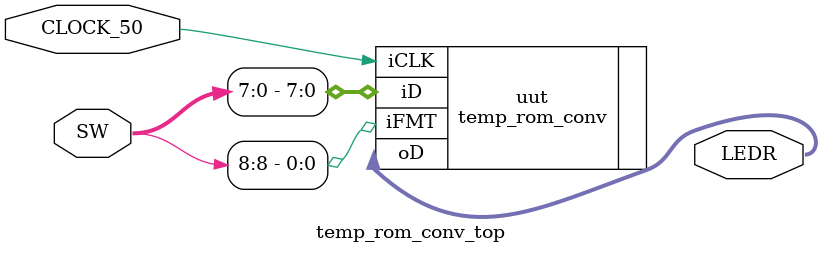
<source format=v>
module temp_rom_conv_top
	(
		input wire CLOCK_50,
		input wire [8:0] SW,
		output wire [7:0] LEDR
	);

	temp_rom_conv uut
		(.iCLK(CLOCK_50),
		 .iD(SW[7:0]), .iFMT(SW[8]),
		 .oD(LEDR[7:0]));

endmodule

</source>
